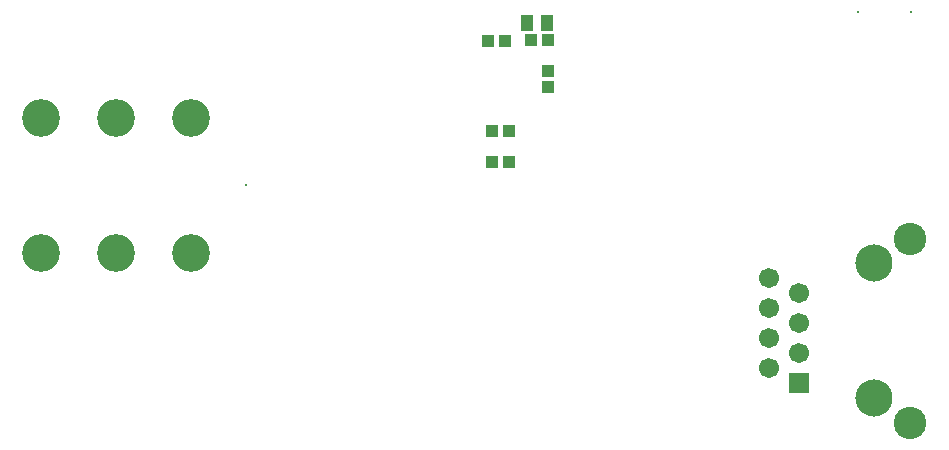
<source format=gbs>
%FSLAX23Y23*%
%MOIN*%
G70*
G01*
G75*
G04 Layer_Color=16711935*
%ADD10R,0.155X0.125*%
%ADD11R,0.033X0.031*%
%ADD12R,0.031X0.033*%
%ADD13R,0.043X0.055*%
%ADD14R,0.035X0.049*%
%ADD15R,0.049X0.035*%
%ADD16R,0.031X0.118*%
%ADD17R,0.118X0.031*%
%ADD18R,0.071X0.094*%
%ADD19R,0.125X0.050*%
%ADD20R,0.079X0.024*%
%ADD21R,0.094X0.110*%
%ADD22R,0.024X0.033*%
%ADD23R,0.083X0.130*%
%ADD24R,0.083X0.035*%
%ADD25R,0.120X0.050*%
%ADD26R,0.041X0.010*%
%ADD27R,0.081X0.024*%
%ADD28R,0.055X0.043*%
%ADD29R,0.033X0.024*%
%ADD30C,0.007*%
%ADD31C,0.010*%
%ADD32C,0.020*%
%ADD33C,0.050*%
%ADD34C,0.030*%
%ADD35C,0.118*%
%ADD36C,0.116*%
%ADD37C,0.059*%
%ADD38R,0.059X0.059*%
%ADD39C,0.100*%
%ADD40C,0.026*%
%ADD41C,0.004*%
%ADD42C,0.020*%
%ADD43C,0.024*%
%ADD44C,0.010*%
%ADD45C,0.012*%
%ADD46C,0.008*%
%ADD47C,0.008*%
%ADD48C,0.006*%
%ADD49C,0.005*%
%ADD50R,0.163X0.133*%
%ADD51R,0.041X0.039*%
%ADD52R,0.039X0.041*%
%ADD53R,0.051X0.063*%
%ADD54R,0.043X0.057*%
%ADD55R,0.057X0.043*%
%ADD56R,0.039X0.126*%
%ADD57R,0.126X0.039*%
%ADD58R,0.079X0.102*%
%ADD59R,0.133X0.058*%
%ADD60R,0.087X0.032*%
%ADD61R,0.102X0.118*%
%ADD62R,0.032X0.041*%
%ADD63R,0.091X0.138*%
%ADD64R,0.091X0.043*%
%ADD65R,0.128X0.058*%
%ADD66R,0.049X0.018*%
%ADD67R,0.089X0.032*%
%ADD68R,0.063X0.051*%
%ADD69R,0.041X0.032*%
%ADD70C,0.126*%
%ADD71C,0.008*%
%ADD72C,0.124*%
%ADD73C,0.067*%
%ADD74R,0.067X0.067*%
%ADD75C,0.108*%
D51*
X1858Y-602D02*
D03*
Y-657D02*
D03*
D52*
Y-500D02*
D03*
X1803D02*
D03*
X1728Y-906D02*
D03*
X1673D02*
D03*
X1728Y-803D02*
D03*
X1673D02*
D03*
X1661Y-504D02*
D03*
X1717D02*
D03*
D54*
X1789Y-441D02*
D03*
X1856D02*
D03*
D70*
X671Y-1209D02*
D03*
X421D02*
D03*
X171D02*
D03*
Y-760D02*
D03*
X421D02*
D03*
X671D02*
D03*
D71*
X853Y-984D02*
D03*
X2894Y-406D02*
D03*
X3071D02*
D03*
D72*
X2947Y-1244D02*
D03*
Y-1694D02*
D03*
D73*
X2597Y-1294D02*
D03*
Y-1594D02*
D03*
X2697Y-1344D02*
D03*
X2597Y-1394D02*
D03*
Y-1494D02*
D03*
X2697Y-1444D02*
D03*
Y-1544D02*
D03*
D74*
Y-1644D02*
D03*
D75*
X3066Y-1776D02*
D03*
Y-1162D02*
D03*
M02*

</source>
